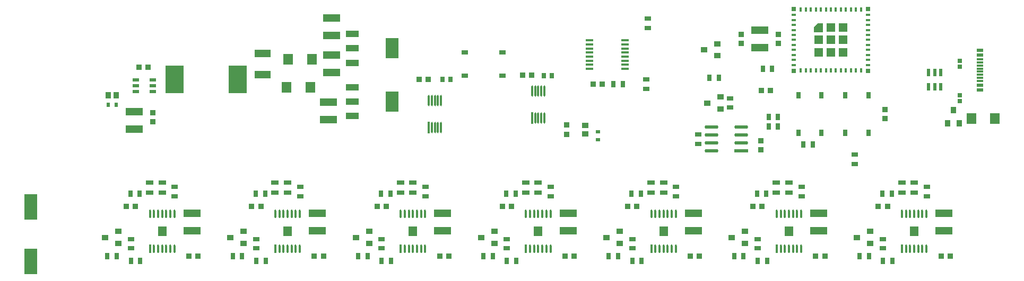
<source format=gtp>
G04*
G04 #@! TF.GenerationSoftware,Altium Limited,Altium Designer,24.4.1 (13)*
G04*
G04 Layer_Color=8421504*
%FSLAX44Y44*%
%MOMM*%
G71*
G04*
G04 #@! TF.SameCoordinates,002769C6-68FF-4E06-BC95-C638BAA8078C*
G04*
G04*
G04 #@! TF.FilePolarity,Positive*
G04*
G01*
G75*
%ADD18R,1.4345X1.5845*%
%ADD19R,1.4345X1.5845*%
%ADD20R,1.0000X0.7000*%
%ADD21R,1.5240X1.6764*%
%ADD22R,0.9652X1.0668*%
%ADD23R,0.7000X1.0000*%
%ADD24R,0.9121X0.9581*%
%ADD25R,0.8000X1.0000*%
%ADD26R,2.7000X1.3000*%
%ADD27R,0.3408X1.3554*%
G04:AMPARAMS|DCode=28|XSize=1.3554mm|YSize=0.3408mm|CornerRadius=0.1704mm|HoleSize=0mm|Usage=FLASHONLY|Rotation=90.000|XOffset=0mm|YOffset=0mm|HoleType=Round|Shape=RoundedRectangle|*
%AMROUNDEDRECTD28*
21,1,1.3554,0.0000,0,0,90.0*
21,1,1.0147,0.3408,0,0,90.0*
1,1,0.3408,0.0000,0.5073*
1,1,0.3408,0.0000,-0.5073*
1,1,0.3408,0.0000,-0.5073*
1,1,0.3408,0.0000,0.5073*
%
%ADD28ROUNDEDRECTD28*%
%ADD29R,1.2500X0.8000*%
%ADD30R,1.0000X0.8000*%
%ADD31R,1.0668X0.9652*%
%ADD32R,0.9581X0.9121*%
G04:AMPARAMS|DCode=33|XSize=0.4mm|YSize=1.2mm|CornerRadius=0.05mm|HoleSize=0mm|Usage=FLASHONLY|Rotation=270.000|XOffset=0mm|YOffset=0mm|HoleType=Round|Shape=RoundedRectangle|*
%AMROUNDEDRECTD33*
21,1,0.4000,1.1000,0,0,270.0*
21,1,0.3000,1.2000,0,0,270.0*
1,1,0.1000,-0.5500,-0.1500*
1,1,0.1000,-0.5500,0.1500*
1,1,0.1000,0.5500,0.1500*
1,1,0.1000,0.5500,-0.1500*
%
%ADD33ROUNDEDRECTD33*%
%ADD34R,1.1400X0.6000*%
%ADD35R,1.1400X0.3000*%
%ADD36R,0.6000X1.2000*%
%ADD37R,0.6725X0.7154*%
G04:AMPARAMS|DCode=38|XSize=2.1692mm|YSize=0.5821mm|CornerRadius=0.2911mm|HoleSize=0mm|Usage=FLASHONLY|Rotation=180.000|XOffset=0mm|YOffset=0mm|HoleType=Round|Shape=RoundedRectangle|*
%AMROUNDEDRECTD38*
21,1,2.1692,0.0000,0,0,180.0*
21,1,1.5870,0.5821,0,0,180.0*
1,1,0.5821,-0.7935,0.0000*
1,1,0.5821,0.7935,0.0000*
1,1,0.5821,0.7935,0.0000*
1,1,0.5821,-0.7935,0.0000*
%
%ADD38ROUNDEDRECTD38*%
%ADD39R,2.1692X0.5821*%
G04:AMPARAMS|DCode=40|XSize=1mm|YSize=2.05mm|CornerRadius=0.05mm|HoleSize=0mm|Usage=FLASHONLY|Rotation=90.000|XOffset=0mm|YOffset=0mm|HoleType=Round|Shape=RoundedRectangle|*
%AMROUNDEDRECTD40*
21,1,1.0000,1.9500,0,0,90.0*
21,1,0.9000,2.0500,0,0,90.0*
1,1,0.1000,0.9750,0.4500*
1,1,0.1000,0.9750,-0.4500*
1,1,0.1000,-0.9750,-0.4500*
1,1,0.1000,-0.9750,0.4500*
%
%ADD40ROUNDEDRECTD40*%
G04:AMPARAMS|DCode=41|XSize=3.25mm|YSize=2.05mm|CornerRadius=0.0513mm|HoleSize=0mm|Usage=FLASHONLY|Rotation=90.000|XOffset=0mm|YOffset=0mm|HoleType=Round|Shape=RoundedRectangle|*
%AMROUNDEDRECTD41*
21,1,3.2500,1.9475,0,0,90.0*
21,1,3.1475,2.0500,0,0,90.0*
1,1,0.1025,0.9738,1.5738*
1,1,0.1025,0.9738,-1.5738*
1,1,0.1025,-0.9738,-1.5738*
1,1,0.1025,-0.9738,1.5738*
%
%ADD41ROUNDEDRECTD41*%
%ADD42R,2.0000X4.1000*%
%ADD43R,0.7581X0.8121*%
G04:AMPARAMS|DCode=44|XSize=1.8565mm|YSize=0.35mm|CornerRadius=0.175mm|HoleSize=0mm|Usage=FLASHONLY|Rotation=90.000|XOffset=0mm|YOffset=0mm|HoleType=Round|Shape=RoundedRectangle|*
%AMROUNDEDRECTD44*
21,1,1.8565,0.0000,0,0,90.0*
21,1,1.5065,0.3500,0,0,90.0*
1,1,0.3500,0.0000,0.7533*
1,1,0.3500,0.0000,-0.7533*
1,1,0.3500,0.0000,-0.7533*
1,1,0.3500,0.0000,0.7533*
%
%ADD44ROUNDEDRECTD44*%
%ADD45R,0.3500X1.8565*%
%ADD46R,0.6000X0.8000*%
%ADD47R,1.0000X0.6000*%
%ADD48R,3.0000X4.5000*%
%ADD49R,2.5000X1.2500*%
%ADD50R,0.9000X1.0000*%
%ADD51R,0.8000X0.4000*%
%ADD52R,0.4000X0.8000*%
%ADD53R,1.4500X1.4500*%
%ADD54R,0.7000X0.7000*%
%ADD55R,0.8000X0.6000*%
%ADD56R,1.0000X0.9000*%
G36*
X1439500Y501000D02*
X1425000D01*
Y509500D01*
X1431000Y515500D01*
X1439500D01*
Y501000D01*
D02*
G37*
D18*
X385000Y182500D02*
D03*
X1585000D02*
D03*
X1385000D02*
D03*
D19*
X1185000D02*
D03*
X985000D02*
D03*
X785000D02*
D03*
X585000D02*
D03*
D20*
X867500Y468500D02*
D03*
X927500D02*
D03*
X867500Y431500D02*
D03*
X927500D02*
D03*
D21*
X1713796Y362500D02*
D03*
X1676204D02*
D03*
X623796Y457500D02*
D03*
X586204D02*
D03*
X621296Y412500D02*
D03*
X583704D02*
D03*
D22*
X1638000Y355000D02*
D03*
X1657152D02*
D03*
X1647500Y376176D02*
D03*
D23*
X1512000Y400000D02*
D03*
Y340000D02*
D03*
X1475000Y400000D02*
D03*
Y340000D02*
D03*
X1437000Y400000D02*
D03*
Y340000D02*
D03*
X1400000Y400000D02*
D03*
Y340000D02*
D03*
D24*
X1538500Y377270D02*
D03*
Y362730D02*
D03*
X1368500Y497270D02*
D03*
Y482730D02*
D03*
X1308500Y497270D02*
D03*
Y482730D02*
D03*
X1340000Y312730D02*
D03*
Y327270D02*
D03*
X370000Y372270D02*
D03*
Y357730D02*
D03*
X1030000Y337730D02*
D03*
Y352270D02*
D03*
D25*
X1358293Y442580D02*
D03*
X1343293D02*
D03*
X1423098Y321535D02*
D03*
X1408098D02*
D03*
X312500Y142500D02*
D03*
X297500D02*
D03*
X349000Y242500D02*
D03*
X334000D02*
D03*
X335000Y135000D02*
D03*
X350000D02*
D03*
X1105000Y417500D02*
D03*
X1120000D02*
D03*
X1534000Y242500D02*
D03*
X1549000D02*
D03*
X1334000D02*
D03*
X1349000D02*
D03*
X1134000D02*
D03*
X1149000D02*
D03*
X934000D02*
D03*
X949000D02*
D03*
X734000D02*
D03*
X749000D02*
D03*
X534000D02*
D03*
X549000D02*
D03*
X1550000Y135000D02*
D03*
X1535000D02*
D03*
X1350000D02*
D03*
X1335000D02*
D03*
X1150000D02*
D03*
X1135000D02*
D03*
X950000D02*
D03*
X935000D02*
D03*
X750000D02*
D03*
X735000D02*
D03*
X550000D02*
D03*
X535000D02*
D03*
X1352500Y365000D02*
D03*
X1367500D02*
D03*
X1352500Y350000D02*
D03*
X1367500D02*
D03*
X1497500Y142500D02*
D03*
X1512500D02*
D03*
X1297500D02*
D03*
X1312500D02*
D03*
X1097500D02*
D03*
X1112500D02*
D03*
X897500D02*
D03*
X912500D02*
D03*
X697500D02*
D03*
X712500D02*
D03*
X497500D02*
D03*
X512500D02*
D03*
X1273293Y427581D02*
D03*
X1258293D02*
D03*
D26*
X1338500Y476000D02*
D03*
Y504000D02*
D03*
X432500Y183500D02*
D03*
Y211500D02*
D03*
X1632500D02*
D03*
Y183500D02*
D03*
X1432500Y211500D02*
D03*
Y183500D02*
D03*
X1232500Y211500D02*
D03*
Y183500D02*
D03*
X1032500Y211500D02*
D03*
Y183500D02*
D03*
X832500Y211500D02*
D03*
Y183500D02*
D03*
X632500Y211500D02*
D03*
Y183500D02*
D03*
X340000Y374000D02*
D03*
Y346000D02*
D03*
X650000Y389000D02*
D03*
Y361000D02*
D03*
X655000Y464000D02*
D03*
Y436000D02*
D03*
Y496000D02*
D03*
Y524000D02*
D03*
D27*
X365500Y154746D02*
D03*
X1565500D02*
D03*
X1365500D02*
D03*
X1165500D02*
D03*
X965500D02*
D03*
X765500D02*
D03*
X565500D02*
D03*
D28*
X372000D02*
D03*
X378500D02*
D03*
X385000D02*
D03*
X391500D02*
D03*
X398000D02*
D03*
X404500D02*
D03*
Y210254D02*
D03*
X398000D02*
D03*
X391500D02*
D03*
X385000D02*
D03*
X378500D02*
D03*
X372000D02*
D03*
X365500D02*
D03*
X1565500D02*
D03*
X1572000D02*
D03*
X1578500D02*
D03*
X1585000D02*
D03*
X1591500D02*
D03*
X1598000D02*
D03*
X1604500D02*
D03*
Y154746D02*
D03*
X1598000D02*
D03*
X1591500D02*
D03*
X1585000D02*
D03*
X1578500D02*
D03*
X1572000D02*
D03*
X1365500Y210254D02*
D03*
X1372000D02*
D03*
X1378500D02*
D03*
X1385000D02*
D03*
X1391500D02*
D03*
X1398000D02*
D03*
X1404500D02*
D03*
Y154746D02*
D03*
X1398000D02*
D03*
X1391500D02*
D03*
X1385000D02*
D03*
X1378500D02*
D03*
X1372000D02*
D03*
X1165500Y210254D02*
D03*
X1172000D02*
D03*
X1178500D02*
D03*
X1185000D02*
D03*
X1191500D02*
D03*
X1198000D02*
D03*
X1204500D02*
D03*
Y154746D02*
D03*
X1198000D02*
D03*
X1191500D02*
D03*
X1185000D02*
D03*
X1178500D02*
D03*
X1172000D02*
D03*
X965500Y210254D02*
D03*
X972000D02*
D03*
X978500D02*
D03*
X985000D02*
D03*
X991500D02*
D03*
X998000D02*
D03*
X1004500D02*
D03*
Y154746D02*
D03*
X998000D02*
D03*
X991500D02*
D03*
X985000D02*
D03*
X978500D02*
D03*
X972000D02*
D03*
X765500Y210254D02*
D03*
X772000D02*
D03*
X778500D02*
D03*
X785000D02*
D03*
X791500D02*
D03*
X798000D02*
D03*
X804500D02*
D03*
Y154746D02*
D03*
X798000D02*
D03*
X791500D02*
D03*
X785000D02*
D03*
X778500D02*
D03*
X772000D02*
D03*
X565500Y210254D02*
D03*
X572000D02*
D03*
X578500D02*
D03*
X585000D02*
D03*
X591500D02*
D03*
X598000D02*
D03*
X604500D02*
D03*
Y154746D02*
D03*
X598000D02*
D03*
X591500D02*
D03*
X585000D02*
D03*
X578500D02*
D03*
X572000D02*
D03*
D29*
X365000Y244500D02*
D03*
Y260500D02*
D03*
X385000Y244500D02*
D03*
Y260500D02*
D03*
X1585000D02*
D03*
Y244500D02*
D03*
X1565000Y260500D02*
D03*
Y244500D02*
D03*
X1385000Y260500D02*
D03*
Y244500D02*
D03*
X1365000Y260500D02*
D03*
Y244500D02*
D03*
X1185000Y260500D02*
D03*
Y244500D02*
D03*
X1165000Y260500D02*
D03*
Y244500D02*
D03*
X985000Y260500D02*
D03*
Y244500D02*
D03*
X965000Y260500D02*
D03*
Y244500D02*
D03*
X785000Y260500D02*
D03*
Y244500D02*
D03*
X765000Y260500D02*
D03*
Y244500D02*
D03*
X585000Y260500D02*
D03*
Y244500D02*
D03*
X565000Y260500D02*
D03*
Y244500D02*
D03*
D30*
X405000Y253500D02*
D03*
Y238500D02*
D03*
X335000Y155000D02*
D03*
Y170000D02*
D03*
X1605000Y238500D02*
D03*
Y253500D02*
D03*
X1405000Y238500D02*
D03*
Y253500D02*
D03*
X1205000Y238500D02*
D03*
Y253500D02*
D03*
X1005000Y238500D02*
D03*
Y253500D02*
D03*
X805000Y238500D02*
D03*
Y253500D02*
D03*
X605000Y238500D02*
D03*
Y253500D02*
D03*
X1240000Y337500D02*
D03*
Y322500D02*
D03*
X1535000Y170000D02*
D03*
Y155000D02*
D03*
X1335000Y170000D02*
D03*
Y155000D02*
D03*
X1135000Y170000D02*
D03*
Y155000D02*
D03*
X935000Y170000D02*
D03*
Y155000D02*
D03*
X735000Y170000D02*
D03*
Y155000D02*
D03*
X535000Y170000D02*
D03*
Y155000D02*
D03*
X1490000Y290000D02*
D03*
Y305000D02*
D03*
X1157500Y410000D02*
D03*
Y425000D02*
D03*
X1160000Y507500D02*
D03*
Y522500D02*
D03*
X1290793Y380081D02*
D03*
Y395081D02*
D03*
D31*
X293824Y172500D02*
D03*
X315000Y182152D02*
D03*
Y163000D02*
D03*
X1515000D02*
D03*
Y182152D02*
D03*
X1493824Y172500D02*
D03*
X1315000Y163000D02*
D03*
Y182152D02*
D03*
X1293824Y172500D02*
D03*
X1115000Y163000D02*
D03*
Y182152D02*
D03*
X1093824Y172500D02*
D03*
X915000Y163000D02*
D03*
Y182152D02*
D03*
X893824Y172500D02*
D03*
X715000Y163000D02*
D03*
Y182152D02*
D03*
X693824Y172500D02*
D03*
X515000Y163000D02*
D03*
Y182152D02*
D03*
X493824Y172500D02*
D03*
X1275793Y378080D02*
D03*
Y397233D02*
D03*
X1254617Y387581D02*
D03*
X1270793Y463081D02*
D03*
Y482233D02*
D03*
X1249617Y472581D02*
D03*
D32*
X342270Y222500D02*
D03*
X327730D02*
D03*
X427730Y142500D02*
D03*
X442270D02*
D03*
X1072730Y417500D02*
D03*
X1087270D02*
D03*
X960230Y432500D02*
D03*
X974770D02*
D03*
X795000Y425000D02*
D03*
X809540D02*
D03*
X1527730Y222500D02*
D03*
X1542270D02*
D03*
X1327730D02*
D03*
X1342270D02*
D03*
X1127730D02*
D03*
X1142270D02*
D03*
X927730D02*
D03*
X942270D02*
D03*
X727730D02*
D03*
X742270D02*
D03*
X842270Y142500D02*
D03*
X827730D02*
D03*
X527730Y222500D02*
D03*
X542270D02*
D03*
X1642270Y142500D02*
D03*
X1627730D02*
D03*
X1442270D02*
D03*
X1427730D02*
D03*
X1242270D02*
D03*
X1227730D02*
D03*
X1042270D02*
D03*
X1027730D02*
D03*
X642270D02*
D03*
X627730D02*
D03*
X362270Y445000D02*
D03*
X347730D02*
D03*
X1340793Y407581D02*
D03*
X1355333D02*
D03*
D33*
X1066500Y487750D02*
D03*
Y481250D02*
D03*
Y474750D02*
D03*
Y468250D02*
D03*
Y461750D02*
D03*
Y455250D02*
D03*
Y448750D02*
D03*
Y442250D02*
D03*
X1123500Y487750D02*
D03*
Y481250D02*
D03*
Y474750D02*
D03*
Y468250D02*
D03*
Y461750D02*
D03*
Y455250D02*
D03*
Y448750D02*
D03*
Y442250D02*
D03*
D34*
X1690000Y408214D02*
D03*
Y416214D02*
D03*
Y464214D02*
D03*
Y472214D02*
D03*
D35*
Y422714D02*
D03*
Y427714D02*
D03*
Y432714D02*
D03*
Y437714D02*
D03*
Y442714D02*
D03*
Y447714D02*
D03*
Y452714D02*
D03*
Y457714D02*
D03*
D36*
X1608000Y436714D02*
D03*
X1617500D02*
D03*
X1627000D02*
D03*
Y413714D02*
D03*
X1617500D02*
D03*
X1608000D02*
D03*
D37*
X1657500Y445429D02*
D03*
Y455000D02*
D03*
Y400000D02*
D03*
Y390429D02*
D03*
D38*
X1261364Y310950D02*
D03*
Y323650D02*
D03*
Y336350D02*
D03*
Y349050D02*
D03*
X1308636D02*
D03*
Y336350D02*
D03*
Y323650D02*
D03*
D39*
Y310950D02*
D03*
D40*
X688250Y498000D02*
D03*
Y475000D02*
D03*
Y452000D02*
D03*
Y367000D02*
D03*
Y390000D02*
D03*
Y413000D02*
D03*
D41*
X751750Y475000D02*
D03*
Y390000D02*
D03*
D42*
X175000Y134000D02*
D03*
Y221000D02*
D03*
D43*
X1006270Y431509D02*
D03*
X993730D02*
D03*
X845000Y425000D02*
D03*
X832460D02*
D03*
D44*
X975000Y406509D02*
D03*
X980000D02*
D03*
X985000D02*
D03*
X990000D02*
D03*
X995000D02*
D03*
Y363491D02*
D03*
X990000D02*
D03*
X985000D02*
D03*
X980000D02*
D03*
X810000Y391509D02*
D03*
X815000D02*
D03*
X820000D02*
D03*
X825000D02*
D03*
X830000D02*
D03*
Y348492D02*
D03*
X825000D02*
D03*
X820000D02*
D03*
X815000D02*
D03*
D45*
X975000Y363491D02*
D03*
X810000Y348492D02*
D03*
D46*
X298500Y385000D02*
D03*
X311500D02*
D03*
D47*
X370000Y424500D02*
D03*
Y415000D02*
D03*
Y405500D02*
D03*
X342500D02*
D03*
Y415000D02*
D03*
Y424500D02*
D03*
D48*
X405000Y425000D02*
D03*
X505000D02*
D03*
D49*
X545000Y467000D02*
D03*
Y433000D02*
D03*
D50*
X298500Y400000D02*
D03*
X311500D02*
D03*
D51*
X1393000Y528500D02*
D03*
Y520500D02*
D03*
Y512500D02*
D03*
Y504500D02*
D03*
Y496500D02*
D03*
Y488500D02*
D03*
Y480500D02*
D03*
Y472500D02*
D03*
Y464500D02*
D03*
Y456500D02*
D03*
Y448500D02*
D03*
X1511000D02*
D03*
Y456500D02*
D03*
Y464500D02*
D03*
Y472500D02*
D03*
Y480500D02*
D03*
Y488500D02*
D03*
Y496500D02*
D03*
Y504500D02*
D03*
Y512500D02*
D03*
Y520500D02*
D03*
Y528500D02*
D03*
D52*
X1404000Y439500D02*
D03*
X1412000D02*
D03*
X1420000D02*
D03*
X1428000D02*
D03*
X1436000D02*
D03*
X1444000D02*
D03*
X1452000D02*
D03*
X1460000D02*
D03*
X1468000D02*
D03*
X1476000D02*
D03*
X1484000D02*
D03*
X1492000D02*
D03*
X1500000D02*
D03*
Y537500D02*
D03*
X1492000D02*
D03*
X1484000D02*
D03*
X1476000D02*
D03*
X1468000D02*
D03*
X1460000D02*
D03*
X1452000D02*
D03*
X1444000D02*
D03*
X1436000D02*
D03*
X1428000D02*
D03*
X1420000D02*
D03*
X1412000D02*
D03*
X1404000D02*
D03*
D53*
X1452000Y488500D02*
D03*
X1471750Y508250D02*
D03*
X1452000D02*
D03*
X1432250Y488500D02*
D03*
Y468750D02*
D03*
X1452000D02*
D03*
X1471750D02*
D03*
Y488500D02*
D03*
D54*
X1392500Y538000D02*
D03*
Y439000D02*
D03*
X1511500D02*
D03*
Y538000D02*
D03*
D55*
X1080000Y341500D02*
D03*
Y328500D02*
D03*
D56*
X1060000Y338500D02*
D03*
Y351500D02*
D03*
M02*

</source>
